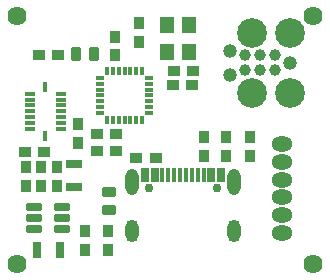
<source format=gts>
G04*
G04 #@! TF.GenerationSoftware,Altium Limited,Altium Designer,24.2.2 (26)*
G04*
G04 Layer_Color=8388736*
%FSLAX25Y25*%
%MOIN*%
G70*
G04*
G04 #@! TF.SameCoordinates,0C852235-8BC0-4ED4-A074-6CA5B6053031*
G04*
G04*
G04 #@! TF.FilePolarity,Negative*
G04*
G01*
G75*
%ADD31R,0.04194X0.03494*%
%ADD32R,0.02835X0.01654*%
%ADD33R,0.01654X0.02835*%
%ADD34C,0.03870*%
%ADD35R,0.03494X0.04194*%
%ADD36R,0.03150X0.05512*%
%ADD37R,0.01654X0.03425*%
%ADD38R,0.03425X0.01654*%
G04:AMPARAMS|DCode=39|XSize=36.22mil|YSize=44.09mil|CornerRadius=6.3mil|HoleSize=0mil|Usage=FLASHONLY|Rotation=0.000|XOffset=0mil|YOffset=0mil|HoleType=Round|Shape=RoundedRectangle|*
%AMROUNDEDRECTD39*
21,1,0.03622,0.03150,0,0,0.0*
21,1,0.02362,0.04409,0,0,0.0*
1,1,0.01260,0.01181,-0.01575*
1,1,0.01260,-0.01181,-0.01575*
1,1,0.01260,-0.01181,0.01575*
1,1,0.01260,0.01181,0.01575*
%
%ADD39ROUNDEDRECTD39*%
G04:AMPARAMS|DCode=40|XSize=55.91mil|YSize=48.03mil|CornerRadius=4.53mil|HoleSize=0mil|Usage=FLASHONLY|Rotation=90.000|XOffset=0mil|YOffset=0mil|HoleType=Round|Shape=RoundedRectangle|*
%AMROUNDEDRECTD40*
21,1,0.05591,0.03898,0,0,90.0*
21,1,0.04685,0.04803,0,0,90.0*
1,1,0.00906,0.01949,0.02343*
1,1,0.00906,0.01949,-0.02343*
1,1,0.00906,-0.01949,-0.02343*
1,1,0.00906,-0.01949,0.02343*
%
%ADD40ROUNDEDRECTD40*%
G04:AMPARAMS|DCode=41|XSize=15.75mil|YSize=49.21mil|CornerRadius=3.45mil|HoleSize=0mil|Usage=FLASHONLY|Rotation=0.000|XOffset=0mil|YOffset=0mil|HoleType=Round|Shape=RoundedRectangle|*
%AMROUNDEDRECTD41*
21,1,0.01575,0.04232,0,0,0.0*
21,1,0.00886,0.04921,0,0,0.0*
1,1,0.00689,0.00443,-0.02116*
1,1,0.00689,-0.00443,-0.02116*
1,1,0.00689,-0.00443,0.02116*
1,1,0.00689,0.00443,0.02116*
%
%ADD41ROUNDEDRECTD41*%
G04:AMPARAMS|DCode=42|XSize=27.56mil|YSize=49.21mil|CornerRadius=4.92mil|HoleSize=0mil|Usage=FLASHONLY|Rotation=0.000|XOffset=0mil|YOffset=0mil|HoleType=Round|Shape=RoundedRectangle|*
%AMROUNDEDRECTD42*
21,1,0.02756,0.03937,0,0,0.0*
21,1,0.01772,0.04921,0,0,0.0*
1,1,0.00984,0.00886,-0.01968*
1,1,0.00984,-0.00886,-0.01968*
1,1,0.00984,-0.00886,0.01968*
1,1,0.00984,0.00886,0.01968*
%
%ADD42ROUNDEDRECTD42*%
G04:AMPARAMS|DCode=43|XSize=36.22mil|YSize=44.09mil|CornerRadius=6.3mil|HoleSize=0mil|Usage=FLASHONLY|Rotation=90.000|XOffset=0mil|YOffset=0mil|HoleType=Round|Shape=RoundedRectangle|*
%AMROUNDEDRECTD43*
21,1,0.03622,0.03150,0,0,90.0*
21,1,0.02362,0.04409,0,0,90.0*
1,1,0.01260,0.01575,0.01181*
1,1,0.01260,0.01575,-0.01181*
1,1,0.01260,-0.01575,-0.01181*
1,1,0.01260,-0.01575,0.01181*
%
%ADD43ROUNDEDRECTD43*%
%ADD44R,0.05512X0.03150*%
G04:AMPARAMS|DCode=45|XSize=28.35mil|YSize=51.97mil|CornerRadius=5.32mil|HoleSize=0mil|Usage=FLASHONLY|Rotation=90.000|XOffset=0mil|YOffset=0mil|HoleType=Round|Shape=RoundedRectangle|*
%AMROUNDEDRECTD45*
21,1,0.02835,0.04134,0,0,90.0*
21,1,0.01772,0.05197,0,0,90.0*
1,1,0.01063,0.02067,0.00886*
1,1,0.01063,0.02067,-0.00886*
1,1,0.01063,-0.02067,-0.00886*
1,1,0.01063,-0.02067,0.00886*
%
%ADD45ROUNDEDRECTD45*%
%ADD46C,0.09921*%
%ADD47C,0.04673*%
%ADD48O,0.07087X0.05118*%
%ADD49O,0.04409X0.08740*%
%ADD50C,0.02953*%
%ADD51O,0.04409X0.07559*%
%ADD52C,0.06378*%
D31*
X32462Y42706D02*
D03*
X38762D02*
D03*
X57913Y64685D02*
D03*
X64213D02*
D03*
X32312Y48206D02*
D03*
X38612D02*
D03*
X14843Y42323D02*
D03*
X8543D02*
D03*
X19528Y74646D02*
D03*
X13228D02*
D03*
X64292Y69449D02*
D03*
X57992D02*
D03*
X45312Y40405D02*
D03*
X52062D02*
D03*
D32*
X49880Y67111D02*
D03*
Y65143D02*
D03*
Y63174D02*
D03*
Y61206D02*
D03*
Y59237D02*
D03*
Y57269D02*
D03*
Y55300D02*
D03*
X33344D02*
D03*
Y57269D02*
D03*
Y59237D02*
D03*
Y61206D02*
D03*
Y63174D02*
D03*
Y65143D02*
D03*
Y67111D02*
D03*
D33*
X47517Y52938D02*
D03*
X45549D02*
D03*
X43580D02*
D03*
X35706D02*
D03*
Y69473D02*
D03*
X37675D02*
D03*
X39643D02*
D03*
X41612D02*
D03*
X43580D02*
D03*
X45549D02*
D03*
X47517D02*
D03*
X41612Y52938D02*
D03*
X39643D02*
D03*
X37675D02*
D03*
D34*
X86732Y74587D02*
D03*
X91732Y69587D02*
D03*
X86732D02*
D03*
X81732D02*
D03*
X91732Y74587D02*
D03*
X81732D02*
D03*
D35*
X83465Y47481D02*
D03*
Y41181D02*
D03*
X75315D02*
D03*
Y47481D02*
D03*
X67992Y41181D02*
D03*
Y47481D02*
D03*
X25984Y51811D02*
D03*
Y45511D02*
D03*
X19212Y37356D02*
D03*
Y31056D02*
D03*
X38312Y80856D02*
D03*
Y74555D02*
D03*
X46417Y85276D02*
D03*
X46417Y78976D02*
D03*
X13912Y37356D02*
D03*
Y31056D02*
D03*
X8712Y37356D02*
D03*
Y31056D02*
D03*
X36109Y9755D02*
D03*
X28312D02*
D03*
Y16056D02*
D03*
X36109D02*
D03*
D36*
X20052Y9606D02*
D03*
X12572D02*
D03*
D37*
X15212Y63976D02*
D03*
Y47835D02*
D03*
D38*
X10094Y61811D02*
D03*
Y59842D02*
D03*
Y57874D02*
D03*
Y55905D02*
D03*
Y51968D02*
D03*
Y50000D02*
D03*
X20330D02*
D03*
Y53937D02*
D03*
Y59842D02*
D03*
Y61811D02*
D03*
X10094Y53937D02*
D03*
X20330Y57874D02*
D03*
Y51968D02*
D03*
Y55905D02*
D03*
D39*
X25359Y74906D02*
D03*
X31265D02*
D03*
D40*
X63150Y75630D02*
D03*
X55669Y84685D02*
D03*
X55669Y75630D02*
D03*
X63150Y84685D02*
D03*
D41*
X60120Y34726D02*
D03*
X62088D02*
D03*
X64057D02*
D03*
X58151D02*
D03*
X56183D02*
D03*
X54214D02*
D03*
X66025D02*
D03*
X67994D02*
D03*
D42*
X51655D02*
D03*
X48505D02*
D03*
X70553D02*
D03*
X73702D02*
D03*
D43*
X36312Y28958D02*
D03*
Y23053D02*
D03*
D44*
X24812Y38246D02*
D03*
Y30765D02*
D03*
D45*
X11387Y16665D02*
D03*
Y20405D02*
D03*
Y24146D02*
D03*
X20836D02*
D03*
Y20405D02*
D03*
Y16665D02*
D03*
D46*
X84232Y82087D02*
D03*
X96732D02*
D03*
Y62087D02*
D03*
X84232D02*
D03*
D47*
X96732Y72087D02*
D03*
X76732Y68087D02*
D03*
Y76087D02*
D03*
D48*
X94012Y21311D02*
D03*
Y27217D02*
D03*
Y33122D02*
D03*
Y39028D02*
D03*
Y44933D02*
D03*
Y15405D02*
D03*
D49*
X78112Y32462D02*
D03*
X44096D02*
D03*
D50*
X49726Y30494D02*
D03*
X72482D02*
D03*
D51*
X44096Y16005D02*
D03*
X78112D02*
D03*
D52*
X5906Y5118D02*
D03*
X104331D02*
D03*
Y87795D02*
D03*
X5906D02*
D03*
M02*

</source>
